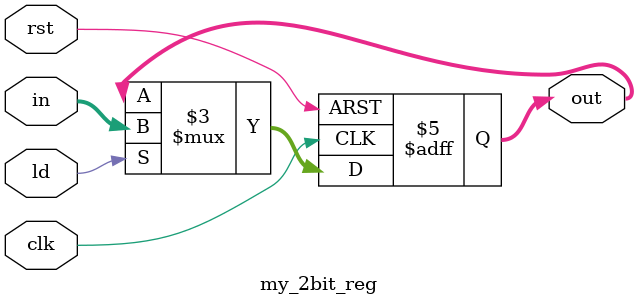
<source format=v>
module my_2bit_reg( in, clk, ld, rst, out);
	input clk, rst, ld;
	input [1:0] in;
	output [1:0] out;
	reg [1:0] out;
always @(posedge clk, posedge rst)
	if(rst)
		out = 2'b00;
	else if(ld)
		out = in;
endmodule

</source>
